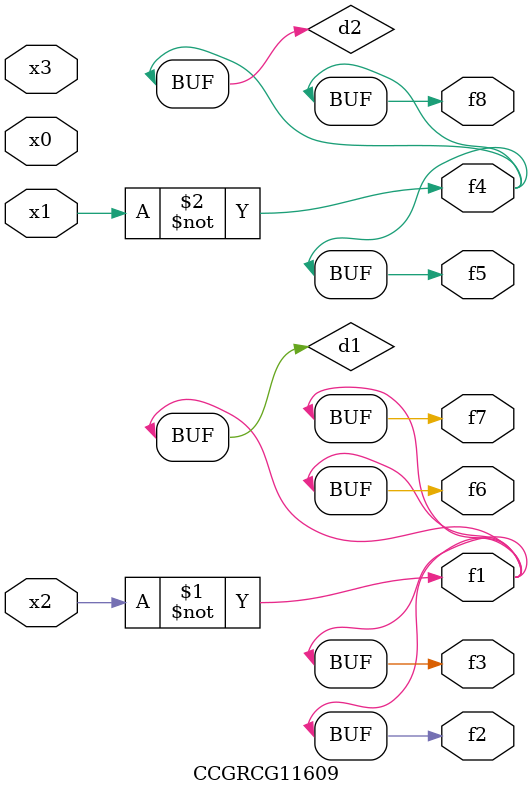
<source format=v>
module CCGRCG11609(
	input x0, x1, x2, x3,
	output f1, f2, f3, f4, f5, f6, f7, f8
);

	wire d1, d2;

	xnor (d1, x2);
	not (d2, x1);
	assign f1 = d1;
	assign f2 = d1;
	assign f3 = d1;
	assign f4 = d2;
	assign f5 = d2;
	assign f6 = d1;
	assign f7 = d1;
	assign f8 = d2;
endmodule

</source>
